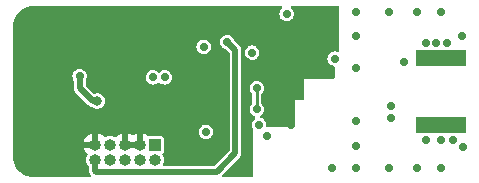
<source format=gbr>
%TF.GenerationSoftware,KiCad,Pcbnew,(6.0.1)*%
%TF.CreationDate,2023-01-10T16:42:07+03:00*%
%TF.ProjectId,STM32RF,53544d33-3252-4462-9e6b-696361645f70,0.1v*%
%TF.SameCoordinates,Original*%
%TF.FileFunction,Copper,L4,Bot*%
%TF.FilePolarity,Positive*%
%FSLAX46Y46*%
G04 Gerber Fmt 4.6, Leading zero omitted, Abs format (unit mm)*
G04 Created by KiCad (PCBNEW (6.0.1)) date 2023-01-10 16:42:07*
%MOMM*%
%LPD*%
G01*
G04 APERTURE LIST*
%TA.AperFunction,ComponentPad*%
%ADD10R,1.000000X1.000000*%
%TD*%
%TA.AperFunction,ComponentPad*%
%ADD11O,1.000000X1.000000*%
%TD*%
%TA.AperFunction,SMDPad,CuDef*%
%ADD12R,4.200000X1.350000*%
%TD*%
%TA.AperFunction,ViaPad*%
%ADD13C,0.800000*%
%TD*%
%TA.AperFunction,ViaPad*%
%ADD14C,0.700000*%
%TD*%
%TA.AperFunction,Conductor*%
%ADD15C,0.500000*%
%TD*%
%TA.AperFunction,Conductor*%
%ADD16C,0.250000*%
%TD*%
G04 APERTURE END LIST*
D10*
%TO.P,J3,1,Pin_1*%
%TO.N,+3V3*%
X43200000Y-34200000D03*
D11*
%TO.P,J3,2,Pin_2*%
%TO.N,SWDIO*%
X43200000Y-35470000D03*
%TO.P,J3,3,Pin_3*%
%TO.N,GND*%
X41930000Y-34200000D03*
%TO.P,J3,4,Pin_4*%
%TO.N,SWCLK*%
X41930000Y-35470000D03*
%TO.P,J3,5,Pin_5*%
%TO.N,GND*%
X40660000Y-34200000D03*
%TO.P,J3,6,Pin_6*%
%TO.N,unconnected-(J3-Pad6)*%
X40660000Y-35470000D03*
%TO.P,J3,7,Pin_7*%
%TO.N,unconnected-(J3-Pad7)*%
X39390000Y-34200000D03*
%TO.P,J3,8,Pin_8*%
%TO.N,unconnected-(J3-Pad8)*%
X39390000Y-35470000D03*
%TO.P,J3,9,Pin_9*%
%TO.N,GND*%
X38120000Y-34200000D03*
%TO.P,J3,10,Pin_10*%
%TO.N,NRST*%
X38120000Y-35470000D03*
%TD*%
D12*
%TO.P,J2,2,Ext*%
%TO.N,GND*%
X67400000Y-32525000D03*
X67400000Y-26875000D03*
%TD*%
D13*
%TO.N,+5V*%
X38300000Y-30500000D03*
D14*
%TO.N,+3V3*%
X47500000Y-33100000D03*
%TO.N,GND*%
X69300000Y-34400000D03*
X67387736Y-36199999D03*
X65400000Y-36200000D03*
X63000000Y-36200000D03*
X60200000Y-36200000D03*
X60200000Y-34300000D03*
X60200000Y-32200000D03*
X69200000Y-25000000D03*
X67400000Y-23000000D03*
X65400000Y-23000000D03*
X63000000Y-23000000D03*
X60200000Y-23000000D03*
X60200000Y-25000000D03*
D13*
X58000000Y-28200000D03*
D14*
X52700000Y-33500000D03*
X33700000Y-36300000D03*
X37850000Y-28750000D03*
X51000000Y-27200000D03*
X48000000Y-29400000D03*
X48000000Y-28300000D03*
X55400000Y-29600000D03*
X58200000Y-36200000D03*
X66100000Y-33800000D03*
X38000000Y-32700000D03*
X53320000Y-25120000D03*
X55400000Y-28600000D03*
X64300000Y-27200000D03*
X45612500Y-32087500D03*
X44600000Y-26300000D03*
X60200000Y-27700000D03*
X68400000Y-33800000D03*
X54200000Y-28600000D03*
X37000000Y-32700000D03*
X63200000Y-31900000D03*
X55875000Y-23225000D03*
X40500000Y-30500000D03*
X58300000Y-24200000D03*
X40700000Y-27100000D03*
X66100000Y-25600000D03*
X53000000Y-22800000D03*
X51800000Y-23900000D03*
X57200000Y-24200000D03*
X54200000Y-29600000D03*
X51900000Y-22800000D03*
X48000000Y-30500000D03*
X63200000Y-30900000D03*
X42200000Y-24700000D03*
X67900000Y-25600000D03*
X39400000Y-32700000D03*
X67000000Y-25600000D03*
X36800000Y-31800000D03*
X54660000Y-32500000D03*
X67400000Y-33800000D03*
X40800000Y-28100000D03*
X52900000Y-24100000D03*
%TO.N,+3V3*%
X47300000Y-25900000D03*
X54325000Y-23125000D03*
X44000000Y-28500000D03*
X52000000Y-32500000D03*
X58400000Y-26900000D03*
X51400000Y-26400000D03*
X43000000Y-28500000D03*
%TO.N,NRST*%
X49300000Y-25500000D03*
%TO.N,+5V*%
X36800000Y-28400000D03*
%TO.N,SPI3_SCK*%
X51800000Y-29400000D03*
X51800000Y-31200000D03*
%TD*%
D15*
%TO.N,NRST*%
X38120000Y-36420000D02*
X38200000Y-36500000D01*
X50000000Y-26200000D02*
X49300000Y-25500000D01*
X50000000Y-34900000D02*
X50000000Y-26200000D01*
X38200000Y-36500000D02*
X48400000Y-36500000D01*
X48400000Y-36500000D02*
X50000000Y-34900000D01*
X38120000Y-35470000D02*
X38120000Y-36420000D01*
%TO.N,+5V*%
X38300000Y-30500000D02*
X37900000Y-30500000D01*
X36800000Y-29400000D02*
X36800000Y-28400000D01*
X37900000Y-30500000D02*
X36800000Y-29400000D01*
D16*
%TO.N,SPI3_SCK*%
X51800000Y-31200000D02*
X51800000Y-29400000D01*
%TD*%
%TA.AperFunction,Conductor*%
%TO.N,GND*%
G36*
X53903403Y-22474002D02*
G01*
X53949896Y-22527658D01*
X53960000Y-22597932D01*
X53930506Y-22662512D01*
X53911987Y-22679961D01*
X53893866Y-22693866D01*
X53796970Y-22820142D01*
X53793810Y-22827772D01*
X53793809Y-22827773D01*
X53739219Y-22959566D01*
X53739218Y-22959570D01*
X53736060Y-22967194D01*
X53715284Y-23125000D01*
X53736060Y-23282806D01*
X53739218Y-23290430D01*
X53739219Y-23290434D01*
X53784296Y-23399260D01*
X53796970Y-23429858D01*
X53893866Y-23556134D01*
X54020142Y-23653030D01*
X54027772Y-23656190D01*
X54027773Y-23656191D01*
X54159566Y-23710781D01*
X54159570Y-23710782D01*
X54167194Y-23713940D01*
X54325000Y-23734716D01*
X54482806Y-23713940D01*
X54490430Y-23710782D01*
X54490434Y-23710781D01*
X54622227Y-23656191D01*
X54622228Y-23656190D01*
X54629858Y-23653030D01*
X54756134Y-23556134D01*
X54853030Y-23429858D01*
X54865704Y-23399260D01*
X54910781Y-23290434D01*
X54910782Y-23290430D01*
X54913940Y-23282806D01*
X54934716Y-23125000D01*
X54913940Y-22967194D01*
X54910782Y-22959570D01*
X54910781Y-22959566D01*
X54856191Y-22827773D01*
X54856190Y-22827772D01*
X54853030Y-22820142D01*
X54756134Y-22693866D01*
X54738014Y-22679962D01*
X54696147Y-22622624D01*
X54691925Y-22551753D01*
X54726689Y-22489851D01*
X54789402Y-22456569D01*
X54814718Y-22454000D01*
X58674000Y-22454000D01*
X58742121Y-22474002D01*
X58788614Y-22527658D01*
X58800000Y-22580000D01*
X58800000Y-26222808D01*
X58779998Y-26290929D01*
X58726342Y-26337422D01*
X58656068Y-26347526D01*
X58625788Y-26339219D01*
X58557806Y-26311060D01*
X58400000Y-26290284D01*
X58242194Y-26311060D01*
X58234570Y-26314218D01*
X58234566Y-26314219D01*
X58102773Y-26368809D01*
X58095142Y-26371970D01*
X58088591Y-26376997D01*
X58088589Y-26376998D01*
X58013811Y-26434378D01*
X57968866Y-26468866D01*
X57963840Y-26475416D01*
X57938348Y-26508638D01*
X57871970Y-26595142D01*
X57868810Y-26602772D01*
X57868809Y-26602773D01*
X57814219Y-26734566D01*
X57814218Y-26734570D01*
X57811060Y-26742194D01*
X57790284Y-26900000D01*
X57811060Y-27057806D01*
X57814218Y-27065430D01*
X57814219Y-27065434D01*
X57868809Y-27197227D01*
X57871970Y-27204858D01*
X57968866Y-27331134D01*
X58095142Y-27428030D01*
X58102772Y-27431190D01*
X58102773Y-27431191D01*
X58234566Y-27485781D01*
X58234570Y-27485782D01*
X58242194Y-27488940D01*
X58250376Y-27490017D01*
X58250379Y-27490018D01*
X58290447Y-27495293D01*
X58355374Y-27524016D01*
X58394465Y-27583281D01*
X58400000Y-27620215D01*
X58400000Y-28474000D01*
X58379998Y-28542121D01*
X58326342Y-28588614D01*
X58274000Y-28600000D01*
X55800000Y-28600000D01*
X55800000Y-30274000D01*
X55779998Y-30342121D01*
X55726342Y-30388614D01*
X55674000Y-30400000D01*
X55000000Y-30400000D01*
X55000000Y-32574000D01*
X54979998Y-32642121D01*
X54926342Y-32688614D01*
X54874000Y-32700000D01*
X52727061Y-32700000D01*
X52658940Y-32679998D01*
X52612447Y-32626342D01*
X52602139Y-32557554D01*
X52608638Y-32508189D01*
X52608638Y-32508188D01*
X52609716Y-32500000D01*
X52588940Y-32342194D01*
X52585782Y-32334570D01*
X52585781Y-32334566D01*
X52531191Y-32202773D01*
X52531190Y-32202772D01*
X52528030Y-32195142D01*
X52431134Y-32068866D01*
X52304858Y-31971970D01*
X52170138Y-31916168D01*
X52114856Y-31871620D01*
X52092435Y-31804257D01*
X52109993Y-31735466D01*
X52141650Y-31699798D01*
X52231134Y-31631134D01*
X52328030Y-31504858D01*
X52331191Y-31497227D01*
X52385781Y-31365434D01*
X52385782Y-31365430D01*
X52388940Y-31357806D01*
X52409716Y-31200000D01*
X52388940Y-31042194D01*
X52385782Y-31034570D01*
X52385781Y-31034566D01*
X52331191Y-30902773D01*
X52331190Y-30902772D01*
X52328030Y-30895142D01*
X52282864Y-30836281D01*
X52236163Y-30775419D01*
X52236160Y-30775416D01*
X52231134Y-30768866D01*
X52224584Y-30763840D01*
X52218742Y-30757998D01*
X52220723Y-30756017D01*
X52186926Y-30709726D01*
X52179500Y-30667109D01*
X52179500Y-29932891D01*
X52199502Y-29864770D01*
X52219630Y-29842890D01*
X52218742Y-29842002D01*
X52224584Y-29836160D01*
X52231134Y-29831134D01*
X52236160Y-29824584D01*
X52236163Y-29824581D01*
X52323002Y-29711411D01*
X52323003Y-29711409D01*
X52328030Y-29704858D01*
X52350964Y-29649490D01*
X52385781Y-29565434D01*
X52385782Y-29565430D01*
X52388940Y-29557806D01*
X52409716Y-29400000D01*
X52388940Y-29242194D01*
X52385782Y-29234570D01*
X52385781Y-29234566D01*
X52331191Y-29102773D01*
X52331190Y-29102772D01*
X52328030Y-29095142D01*
X52272675Y-29023002D01*
X52236160Y-28975416D01*
X52231134Y-28968866D01*
X52104858Y-28871970D01*
X52097227Y-28868809D01*
X51965434Y-28814219D01*
X51965430Y-28814218D01*
X51957806Y-28811060D01*
X51800000Y-28790284D01*
X51642194Y-28811060D01*
X51634570Y-28814218D01*
X51634566Y-28814219D01*
X51502773Y-28868809D01*
X51495142Y-28871970D01*
X51368866Y-28968866D01*
X51363840Y-28975416D01*
X51327326Y-29023002D01*
X51271970Y-29095142D01*
X51268810Y-29102772D01*
X51268809Y-29102773D01*
X51214219Y-29234566D01*
X51214218Y-29234570D01*
X51211060Y-29242194D01*
X51190284Y-29400000D01*
X51211060Y-29557806D01*
X51214218Y-29565430D01*
X51214219Y-29565434D01*
X51249036Y-29649490D01*
X51271970Y-29704858D01*
X51276997Y-29711409D01*
X51276998Y-29711411D01*
X51363837Y-29824581D01*
X51363840Y-29824584D01*
X51368866Y-29831134D01*
X51375416Y-29836160D01*
X51381258Y-29842002D01*
X51379277Y-29843983D01*
X51413074Y-29890274D01*
X51420500Y-29932891D01*
X51420500Y-30667109D01*
X51400498Y-30735230D01*
X51380370Y-30757110D01*
X51381258Y-30757998D01*
X51375416Y-30763840D01*
X51368866Y-30768866D01*
X51363840Y-30775416D01*
X51363837Y-30775419D01*
X51317136Y-30836281D01*
X51271970Y-30895142D01*
X51268810Y-30902772D01*
X51268809Y-30902773D01*
X51214219Y-31034566D01*
X51214218Y-31034570D01*
X51211060Y-31042194D01*
X51190284Y-31200000D01*
X51211060Y-31357806D01*
X51214218Y-31365430D01*
X51214219Y-31365434D01*
X51268809Y-31497227D01*
X51271970Y-31504858D01*
X51368866Y-31631134D01*
X51495142Y-31728030D01*
X51502772Y-31731190D01*
X51502773Y-31731191D01*
X51629862Y-31783832D01*
X51685144Y-31828380D01*
X51707565Y-31895743D01*
X51690007Y-31964534D01*
X51658350Y-32000202D01*
X51568866Y-32068866D01*
X51471970Y-32195142D01*
X51468810Y-32202772D01*
X51468809Y-32202773D01*
X51414219Y-32334566D01*
X51414218Y-32334570D01*
X51411060Y-32342194D01*
X51390284Y-32500000D01*
X51411060Y-32657806D01*
X51414218Y-32665430D01*
X51414219Y-32665434D01*
X51468809Y-32797227D01*
X51471970Y-32804858D01*
X51476998Y-32811411D01*
X51481127Y-32818562D01*
X51478780Y-32819917D01*
X51499563Y-32873674D01*
X51500000Y-32884158D01*
X51500000Y-36820000D01*
X51479998Y-36888121D01*
X51426342Y-36934614D01*
X51374000Y-36946000D01*
X48971661Y-36946000D01*
X48903540Y-36925998D01*
X48857047Y-36872342D01*
X48846943Y-36802068D01*
X48876437Y-36737488D01*
X48882566Y-36730905D01*
X50306794Y-35306677D01*
X50316234Y-35299135D01*
X50315911Y-35298755D01*
X50322747Y-35292937D01*
X50330339Y-35288147D01*
X50365672Y-35248140D01*
X50371017Y-35242454D01*
X50382351Y-35231120D01*
X50385038Y-35227534D01*
X50385043Y-35227529D01*
X50388557Y-35222841D01*
X50394938Y-35215003D01*
X50420058Y-35186559D01*
X50426001Y-35179830D01*
X50429816Y-35171705D01*
X50431669Y-35168884D01*
X50440077Y-35154888D01*
X50441686Y-35151950D01*
X50447071Y-35144764D01*
X50463544Y-35100822D01*
X50467471Y-35091501D01*
X50483602Y-35057144D01*
X50483602Y-35057143D01*
X50487417Y-35049018D01*
X50488798Y-35040147D01*
X50489783Y-35036925D01*
X50493923Y-35021142D01*
X50494645Y-35017858D01*
X50497798Y-35009448D01*
X50501276Y-34962643D01*
X50502430Y-34952595D01*
X50502828Y-34950043D01*
X50504500Y-34939303D01*
X50504500Y-34923934D01*
X50504847Y-34914596D01*
X50507843Y-34874284D01*
X50507843Y-34874283D01*
X50508508Y-34865333D01*
X50506635Y-34856558D01*
X50506043Y-34847874D01*
X50504500Y-34833258D01*
X50504500Y-26400000D01*
X50790284Y-26400000D01*
X50811060Y-26557806D01*
X50814218Y-26565430D01*
X50814219Y-26565434D01*
X50868809Y-26697227D01*
X50871970Y-26704858D01*
X50968866Y-26831134D01*
X50975416Y-26836160D01*
X51069284Y-26908188D01*
X51095142Y-26928030D01*
X51102772Y-26931190D01*
X51102773Y-26931191D01*
X51234566Y-26985781D01*
X51234570Y-26985782D01*
X51242194Y-26988940D01*
X51400000Y-27009716D01*
X51557806Y-26988940D01*
X51565430Y-26985782D01*
X51565434Y-26985781D01*
X51697227Y-26931191D01*
X51697228Y-26931190D01*
X51704858Y-26928030D01*
X51730717Y-26908188D01*
X51824584Y-26836160D01*
X51831134Y-26831134D01*
X51928030Y-26704858D01*
X51931191Y-26697227D01*
X51985781Y-26565434D01*
X51985782Y-26565430D01*
X51988940Y-26557806D01*
X52009716Y-26400000D01*
X51988940Y-26242194D01*
X51985782Y-26234570D01*
X51985781Y-26234566D01*
X51931191Y-26102773D01*
X51931190Y-26102772D01*
X51928030Y-26095142D01*
X51920180Y-26084911D01*
X51836160Y-25975416D01*
X51831134Y-25968866D01*
X51741387Y-25900000D01*
X51711411Y-25876998D01*
X51711409Y-25876997D01*
X51704858Y-25871970D01*
X51694332Y-25867610D01*
X51565434Y-25814219D01*
X51565430Y-25814218D01*
X51557806Y-25811060D01*
X51400000Y-25790284D01*
X51242194Y-25811060D01*
X51234570Y-25814218D01*
X51234566Y-25814219D01*
X51105668Y-25867610D01*
X51095142Y-25871970D01*
X51088591Y-25876997D01*
X51088589Y-25876998D01*
X51058613Y-25900000D01*
X50968866Y-25968866D01*
X50963840Y-25975416D01*
X50879821Y-26084911D01*
X50871970Y-26095142D01*
X50868810Y-26102772D01*
X50868809Y-26102773D01*
X50814219Y-26234566D01*
X50814218Y-26234570D01*
X50811060Y-26242194D01*
X50790284Y-26400000D01*
X50504500Y-26400000D01*
X50504500Y-26270624D01*
X50505841Y-26258619D01*
X50505345Y-26258579D01*
X50506065Y-26249632D01*
X50508046Y-26240876D01*
X50504742Y-26187618D01*
X50504500Y-26179816D01*
X50504500Y-26163774D01*
X50503035Y-26153543D01*
X50502003Y-26143477D01*
X50499654Y-26105600D01*
X50499654Y-26105598D01*
X50499098Y-26096641D01*
X50496051Y-26088201D01*
X50495370Y-26084911D01*
X50491416Y-26069054D01*
X50490473Y-26065829D01*
X50489201Y-26056948D01*
X50469773Y-26014218D01*
X50465969Y-26004875D01*
X50450027Y-25960715D01*
X50444732Y-25953467D01*
X50443147Y-25950486D01*
X50434907Y-25936387D01*
X50433103Y-25933567D01*
X50429388Y-25925395D01*
X50407507Y-25900000D01*
X50398751Y-25889838D01*
X50392469Y-25881926D01*
X50387404Y-25874993D01*
X50387393Y-25874980D01*
X50384526Y-25871056D01*
X50373672Y-25860202D01*
X50367314Y-25853355D01*
X50340916Y-25822718D01*
X50340913Y-25822716D01*
X50335056Y-25815918D01*
X50327523Y-25811036D01*
X50320955Y-25805306D01*
X50309544Y-25796074D01*
X49923468Y-25409997D01*
X49890858Y-25353515D01*
X49890017Y-25350378D01*
X49888940Y-25342194D01*
X49828030Y-25195142D01*
X49731134Y-25068866D01*
X49604858Y-24971970D01*
X49597227Y-24968809D01*
X49465434Y-24914219D01*
X49465430Y-24914218D01*
X49457806Y-24911060D01*
X49300000Y-24890284D01*
X49142194Y-24911060D01*
X49134570Y-24914218D01*
X49134566Y-24914219D01*
X49002773Y-24968809D01*
X48995142Y-24971970D01*
X48868866Y-25068866D01*
X48771970Y-25195142D01*
X48768810Y-25202772D01*
X48768809Y-25202773D01*
X48714219Y-25334566D01*
X48714218Y-25334570D01*
X48711060Y-25342194D01*
X48690284Y-25500000D01*
X48711060Y-25657806D01*
X48714218Y-25665430D01*
X48714219Y-25665434D01*
X48768809Y-25797227D01*
X48771970Y-25804858D01*
X48776997Y-25811409D01*
X48776998Y-25811411D01*
X48831107Y-25881926D01*
X48868866Y-25931134D01*
X48875416Y-25936160D01*
X48971149Y-26009619D01*
X48995142Y-26028030D01*
X49002772Y-26031190D01*
X49002773Y-26031191D01*
X49134566Y-26085781D01*
X49134570Y-26085782D01*
X49142194Y-26088940D01*
X49150378Y-26090017D01*
X49153515Y-26090858D01*
X49209998Y-26123469D01*
X49458595Y-26372066D01*
X49492621Y-26434378D01*
X49495500Y-26461161D01*
X49495500Y-34638839D01*
X49475498Y-34706960D01*
X49458595Y-34727934D01*
X48227934Y-35958595D01*
X48165622Y-35992621D01*
X48138839Y-35995500D01*
X43989145Y-35995500D01*
X43921024Y-35975498D01*
X43874531Y-35921842D01*
X43864427Y-35851568D01*
X43875420Y-35817104D01*
X43875311Y-35817063D01*
X43876070Y-35815064D01*
X43935420Y-35658824D01*
X43958978Y-35491200D01*
X43959274Y-35470000D01*
X43940406Y-35301784D01*
X43884738Y-35141929D01*
X43853227Y-35091501D01*
X43835203Y-35062656D01*
X43816067Y-34994286D01*
X43836932Y-34926425D01*
X43872053Y-34891122D01*
X43873168Y-34890377D01*
X43883484Y-34883484D01*
X43939734Y-34799301D01*
X43954500Y-34725067D01*
X43954499Y-33674934D01*
X43945170Y-33628030D01*
X43942156Y-33612874D01*
X43942155Y-33612872D01*
X43939734Y-33600699D01*
X43898341Y-33538750D01*
X43890377Y-33526832D01*
X43883484Y-33516516D01*
X43799301Y-33460266D01*
X43725067Y-33445500D01*
X43200213Y-33445500D01*
X42674934Y-33445501D01*
X42668863Y-33446708D01*
X42662703Y-33447315D01*
X42662475Y-33445003D01*
X42602080Y-33439603D01*
X42567889Y-33419433D01*
X42501145Y-33364217D01*
X42490973Y-33357356D01*
X42327924Y-33269196D01*
X42316619Y-33264444D01*
X42201308Y-33228750D01*
X42187205Y-33228544D01*
X42184000Y-33235299D01*
X42184000Y-34328000D01*
X42163998Y-34396121D01*
X42110342Y-34442614D01*
X42058000Y-34454000D01*
X40532000Y-34454000D01*
X40463879Y-34433998D01*
X40417386Y-34380342D01*
X40406000Y-34328000D01*
X40406000Y-33927885D01*
X40914000Y-33927885D01*
X40918475Y-33943124D01*
X40919865Y-33944329D01*
X40927548Y-33946000D01*
X41657885Y-33946000D01*
X41673124Y-33941525D01*
X41674329Y-33940135D01*
X41676000Y-33932452D01*
X41676000Y-33242076D01*
X41672027Y-33228545D01*
X41664232Y-33227425D01*
X41556479Y-33259138D01*
X41545111Y-33263731D01*
X41380846Y-33349607D01*
X41365426Y-33359697D01*
X41364095Y-33357663D01*
X41308357Y-33380653D01*
X41238508Y-33367943D01*
X41224617Y-33359814D01*
X41220971Y-33357355D01*
X41057924Y-33269196D01*
X41046619Y-33264444D01*
X40931308Y-33228750D01*
X40917205Y-33228544D01*
X40914000Y-33235299D01*
X40914000Y-33927885D01*
X40406000Y-33927885D01*
X40406000Y-33242076D01*
X40402027Y-33228545D01*
X40394232Y-33227425D01*
X40286479Y-33259138D01*
X40275111Y-33263731D01*
X40110846Y-33349607D01*
X40100585Y-33356321D01*
X39956127Y-33472468D01*
X39947368Y-33481046D01*
X39920256Y-33513356D01*
X39861146Y-33552683D01*
X39790158Y-33553809D01*
X39756220Y-33538750D01*
X39737440Y-33526832D01*
X39722844Y-33517569D01*
X39695442Y-33507812D01*
X39570016Y-33463149D01*
X39570011Y-33463148D01*
X39563381Y-33460787D01*
X39556395Y-33459954D01*
X39556391Y-33459953D01*
X39431010Y-33445003D01*
X39395301Y-33440745D01*
X39388298Y-33441481D01*
X39388297Y-33441481D01*
X39233965Y-33457701D01*
X39233961Y-33457702D01*
X39226957Y-33458438D01*
X39220286Y-33460709D01*
X39073387Y-33510717D01*
X39073384Y-33510718D01*
X39066717Y-33512988D01*
X39060714Y-33516681D01*
X39060712Y-33516682D01*
X39023334Y-33539676D01*
X38954833Y-33558334D01*
X38887119Y-33536994D01*
X38859670Y-33511994D01*
X38842603Y-33491067D01*
X38833959Y-33482363D01*
X38691144Y-33364216D01*
X38680973Y-33357356D01*
X38517924Y-33269196D01*
X38506619Y-33264444D01*
X38391308Y-33228750D01*
X38377205Y-33228544D01*
X38374000Y-33235299D01*
X38374000Y-34328000D01*
X38353998Y-34396121D01*
X38300342Y-34442614D01*
X38248000Y-34454000D01*
X37162282Y-34454000D01*
X37148751Y-34457973D01*
X37147601Y-34465975D01*
X37176552Y-34566941D01*
X37181067Y-34578345D01*
X37265794Y-34743207D01*
X37272435Y-34753512D01*
X37387568Y-34898772D01*
X37396091Y-34907598D01*
X37433947Y-34939816D01*
X37472860Y-34999199D01*
X37473491Y-35070193D01*
X37458195Y-35104026D01*
X37439909Y-35132400D01*
X37437498Y-35139025D01*
X37384425Y-35284840D01*
X37384424Y-35284845D01*
X37382015Y-35291463D01*
X37360800Y-35459399D01*
X37377318Y-35627862D01*
X37430748Y-35788479D01*
X37448059Y-35817063D01*
X37511516Y-35921842D01*
X37518435Y-35933267D01*
X37575753Y-35992621D01*
X37580137Y-35997161D01*
X37613069Y-36060057D01*
X37615500Y-36084688D01*
X37615500Y-36349376D01*
X37614159Y-36361381D01*
X37614655Y-36361421D01*
X37613935Y-36370368D01*
X37611954Y-36379124D01*
X37612510Y-36388084D01*
X37615258Y-36432382D01*
X37615500Y-36440184D01*
X37615500Y-36456226D01*
X37616135Y-36460657D01*
X37616135Y-36460662D01*
X37616965Y-36466453D01*
X37617996Y-36476514D01*
X37619389Y-36498976D01*
X37620270Y-36513164D01*
X37620902Y-36523359D01*
X37623949Y-36531799D01*
X37624630Y-36535089D01*
X37628582Y-36550938D01*
X37629527Y-36554168D01*
X37630799Y-36563052D01*
X37634514Y-36571223D01*
X37650218Y-36605763D01*
X37654030Y-36615128D01*
X37666922Y-36650837D01*
X37666924Y-36650840D01*
X37669972Y-36659284D01*
X37675268Y-36666533D01*
X37676840Y-36669490D01*
X37685093Y-36683614D01*
X37686898Y-36686437D01*
X37690612Y-36694605D01*
X37696469Y-36701402D01*
X37696470Y-36701404D01*
X37721243Y-36730153D01*
X37727537Y-36738081D01*
X37733087Y-36745679D01*
X37757117Y-36812485D01*
X37741213Y-36881678D01*
X37690426Y-36931288D01*
X37631341Y-36946000D01*
X32937425Y-36946000D01*
X32912847Y-36943579D01*
X32900000Y-36941024D01*
X32887829Y-36943445D01*
X32875419Y-36943445D01*
X32875419Y-36942802D01*
X32864674Y-36943473D01*
X32660509Y-36928871D01*
X32642715Y-36926313D01*
X32416899Y-36877190D01*
X32399650Y-36872125D01*
X32257078Y-36818949D01*
X32183123Y-36791365D01*
X32166774Y-36783898D01*
X31963951Y-36673148D01*
X31948827Y-36663429D01*
X31932007Y-36650837D01*
X31798557Y-36550938D01*
X31763824Y-36524937D01*
X31750238Y-36513164D01*
X31586836Y-36349762D01*
X31575063Y-36336176D01*
X31436571Y-36151173D01*
X31426852Y-36136049D01*
X31316102Y-35933226D01*
X31308633Y-35916873D01*
X31227875Y-35700350D01*
X31222810Y-35683101D01*
X31173687Y-35457285D01*
X31171129Y-35439491D01*
X31156527Y-35235326D01*
X31157198Y-35224581D01*
X31156555Y-35224581D01*
X31156555Y-35212171D01*
X31158976Y-35200000D01*
X31156421Y-35187153D01*
X31154000Y-35162575D01*
X31154000Y-33942831D01*
X37148202Y-33942831D01*
X37154763Y-33946000D01*
X37847885Y-33946000D01*
X37863124Y-33941525D01*
X37864329Y-33940135D01*
X37866000Y-33932452D01*
X37866000Y-33242076D01*
X37862027Y-33228545D01*
X37854232Y-33227425D01*
X37746479Y-33259138D01*
X37735111Y-33263731D01*
X37570846Y-33349607D01*
X37560585Y-33356321D01*
X37416127Y-33472468D01*
X37407368Y-33481046D01*
X37288222Y-33623039D01*
X37281292Y-33633159D01*
X37191998Y-33795585D01*
X37187166Y-33806858D01*
X37148506Y-33928731D01*
X37148202Y-33942831D01*
X31154000Y-33942831D01*
X31154000Y-33100000D01*
X46890284Y-33100000D01*
X46911060Y-33257806D01*
X46914218Y-33265430D01*
X46914219Y-33265434D01*
X46961944Y-33380653D01*
X46971970Y-33404858D01*
X46976997Y-33411409D01*
X46976998Y-33411411D01*
X47030432Y-33481046D01*
X47068866Y-33531134D01*
X47075416Y-33536160D01*
X47175391Y-33612874D01*
X47195142Y-33628030D01*
X47202772Y-33631190D01*
X47202773Y-33631191D01*
X47334566Y-33685781D01*
X47334570Y-33685782D01*
X47342194Y-33688940D01*
X47500000Y-33709716D01*
X47657806Y-33688940D01*
X47665430Y-33685782D01*
X47665434Y-33685781D01*
X47797227Y-33631191D01*
X47797228Y-33631190D01*
X47804858Y-33628030D01*
X47824610Y-33612874D01*
X47924584Y-33536160D01*
X47931134Y-33531134D01*
X47969568Y-33481046D01*
X48023002Y-33411411D01*
X48023003Y-33411409D01*
X48028030Y-33404858D01*
X48038056Y-33380653D01*
X48085781Y-33265434D01*
X48085782Y-33265430D01*
X48088940Y-33257806D01*
X48109716Y-33100000D01*
X48088940Y-32942194D01*
X48085782Y-32934570D01*
X48085781Y-32934566D01*
X48031191Y-32802773D01*
X48031190Y-32802772D01*
X48028030Y-32795142D01*
X47931134Y-32668866D01*
X47804858Y-32571970D01*
X47797227Y-32568809D01*
X47665434Y-32514219D01*
X47665430Y-32514218D01*
X47657806Y-32511060D01*
X47500000Y-32490284D01*
X47342194Y-32511060D01*
X47334570Y-32514218D01*
X47334566Y-32514219D01*
X47202773Y-32568809D01*
X47195142Y-32571970D01*
X47068866Y-32668866D01*
X46971970Y-32795142D01*
X46968810Y-32802772D01*
X46968809Y-32802773D01*
X46914219Y-32934566D01*
X46914218Y-32934570D01*
X46911060Y-32942194D01*
X46890284Y-33100000D01*
X31154000Y-33100000D01*
X31154000Y-28400000D01*
X36190284Y-28400000D01*
X36211060Y-28557806D01*
X36214218Y-28565430D01*
X36214219Y-28565434D01*
X36228537Y-28600000D01*
X36271970Y-28704858D01*
X36276996Y-28711408D01*
X36278620Y-28714221D01*
X36295500Y-28777219D01*
X36295500Y-29329376D01*
X36294159Y-29341381D01*
X36294655Y-29341421D01*
X36293935Y-29350368D01*
X36291954Y-29359124D01*
X36292510Y-29368084D01*
X36295258Y-29412382D01*
X36295500Y-29420184D01*
X36295500Y-29436226D01*
X36296135Y-29440657D01*
X36296135Y-29440662D01*
X36296965Y-29446453D01*
X36297996Y-29456514D01*
X36300902Y-29503359D01*
X36303949Y-29511799D01*
X36304630Y-29515089D01*
X36308582Y-29530938D01*
X36309527Y-29534168D01*
X36310799Y-29543052D01*
X36314514Y-29551223D01*
X36330218Y-29585763D01*
X36334030Y-29595128D01*
X36346922Y-29630837D01*
X36346924Y-29630840D01*
X36349972Y-29639284D01*
X36355268Y-29646533D01*
X36356840Y-29649490D01*
X36365093Y-29663614D01*
X36366898Y-29666437D01*
X36370612Y-29674605D01*
X36376469Y-29681402D01*
X36376470Y-29681404D01*
X36401243Y-29710153D01*
X36407525Y-29718064D01*
X36415473Y-29728944D01*
X36426335Y-29739806D01*
X36432693Y-29746652D01*
X36464944Y-29784082D01*
X36472479Y-29788966D01*
X36479051Y-29794699D01*
X36490455Y-29803926D01*
X37493323Y-30806794D01*
X37500865Y-30816234D01*
X37501245Y-30815911D01*
X37507063Y-30822747D01*
X37511853Y-30830339D01*
X37518581Y-30836281D01*
X37551859Y-30865671D01*
X37557546Y-30871017D01*
X37568880Y-30882351D01*
X37572463Y-30885036D01*
X37572465Y-30885038D01*
X37577155Y-30888553D01*
X37584998Y-30894938D01*
X37620170Y-30926001D01*
X37628292Y-30929814D01*
X37631093Y-30931654D01*
X37645088Y-30940063D01*
X37648051Y-30941685D01*
X37655236Y-30947070D01*
X37663646Y-30950223D01*
X37663648Y-30950224D01*
X37699182Y-30963546D01*
X37708495Y-30967470D01*
X37750982Y-30987417D01*
X37759856Y-30988799D01*
X37763083Y-30989785D01*
X37778866Y-30993925D01*
X37782144Y-30994646D01*
X37790552Y-30997798D01*
X37804309Y-30998820D01*
X37837357Y-31001276D01*
X37847391Y-31002428D01*
X37848850Y-31002655D01*
X37905087Y-31029565D01*
X37906266Y-31027906D01*
X37912456Y-31032305D01*
X37918076Y-31037419D01*
X37924753Y-31041044D01*
X37924754Y-31041045D01*
X37941943Y-31050378D01*
X38057293Y-31113008D01*
X38210522Y-31153207D01*
X38294477Y-31154526D01*
X38361319Y-31155576D01*
X38361322Y-31155576D01*
X38368916Y-31155695D01*
X38523332Y-31120329D01*
X38593742Y-31084917D01*
X38658072Y-31052563D01*
X38658075Y-31052561D01*
X38664855Y-31049151D01*
X38670626Y-31044222D01*
X38670629Y-31044220D01*
X38779536Y-30951204D01*
X38779536Y-30951203D01*
X38785314Y-30946269D01*
X38877755Y-30817624D01*
X38936842Y-30670641D01*
X38959162Y-30513807D01*
X38959307Y-30500000D01*
X38940276Y-30342733D01*
X38884280Y-30194546D01*
X38794553Y-30063992D01*
X38676275Y-29958611D01*
X38536274Y-29884484D01*
X38382633Y-29845892D01*
X38375034Y-29845852D01*
X38375033Y-29845852D01*
X38309181Y-29845507D01*
X38224221Y-29845062D01*
X38216841Y-29846834D01*
X38216839Y-29846834D01*
X38163938Y-29859535D01*
X38078582Y-29880027D01*
X38007675Y-29876480D01*
X37960074Y-29846603D01*
X37341405Y-29227934D01*
X37307379Y-29165622D01*
X37304500Y-29138839D01*
X37304500Y-28777219D01*
X37321380Y-28714221D01*
X37323004Y-28711408D01*
X37328030Y-28704858D01*
X37371463Y-28600000D01*
X37385781Y-28565434D01*
X37385782Y-28565430D01*
X37388940Y-28557806D01*
X37396550Y-28500000D01*
X42390284Y-28500000D01*
X42411060Y-28657806D01*
X42414218Y-28665430D01*
X42414219Y-28665434D01*
X42465933Y-28790284D01*
X42471970Y-28804858D01*
X42476997Y-28811409D01*
X42476998Y-28811411D01*
X42553836Y-28911547D01*
X42568866Y-28931134D01*
X42695142Y-29028030D01*
X42702772Y-29031190D01*
X42702773Y-29031191D01*
X42834566Y-29085781D01*
X42834570Y-29085782D01*
X42842194Y-29088940D01*
X43000000Y-29109716D01*
X43157806Y-29088940D01*
X43165430Y-29085782D01*
X43165434Y-29085781D01*
X43297227Y-29031191D01*
X43297228Y-29031190D01*
X43304858Y-29028030D01*
X43423298Y-28937147D01*
X43489515Y-28911547D01*
X43559064Y-28925811D01*
X43576696Y-28937142D01*
X43695142Y-29028030D01*
X43702772Y-29031190D01*
X43702773Y-29031191D01*
X43834566Y-29085781D01*
X43834570Y-29085782D01*
X43842194Y-29088940D01*
X44000000Y-29109716D01*
X44157806Y-29088940D01*
X44165430Y-29085782D01*
X44165434Y-29085781D01*
X44297227Y-29031191D01*
X44297228Y-29031190D01*
X44304858Y-29028030D01*
X44431134Y-28931134D01*
X44446164Y-28911547D01*
X44523002Y-28811411D01*
X44523003Y-28811409D01*
X44528030Y-28804858D01*
X44534067Y-28790284D01*
X44585781Y-28665434D01*
X44585782Y-28665430D01*
X44588940Y-28657806D01*
X44609716Y-28500000D01*
X44588940Y-28342194D01*
X44585782Y-28334570D01*
X44585781Y-28334566D01*
X44531191Y-28202773D01*
X44531190Y-28202772D01*
X44528030Y-28195142D01*
X44451297Y-28095142D01*
X44436160Y-28075416D01*
X44431134Y-28068866D01*
X44304858Y-27971970D01*
X44297227Y-27968809D01*
X44165434Y-27914219D01*
X44165430Y-27914218D01*
X44157806Y-27911060D01*
X44000000Y-27890284D01*
X43842194Y-27911060D01*
X43834570Y-27914218D01*
X43834566Y-27914219D01*
X43702773Y-27968809D01*
X43695142Y-27971970D01*
X43576702Y-28062853D01*
X43510485Y-28088453D01*
X43440936Y-28074189D01*
X43423304Y-28062858D01*
X43304858Y-27971970D01*
X43297227Y-27968809D01*
X43165434Y-27914219D01*
X43165430Y-27914218D01*
X43157806Y-27911060D01*
X43000000Y-27890284D01*
X42842194Y-27911060D01*
X42834570Y-27914218D01*
X42834566Y-27914219D01*
X42702773Y-27968809D01*
X42695142Y-27971970D01*
X42568866Y-28068866D01*
X42563840Y-28075416D01*
X42548704Y-28095142D01*
X42471970Y-28195142D01*
X42468810Y-28202772D01*
X42468809Y-28202773D01*
X42414219Y-28334566D01*
X42414218Y-28334570D01*
X42411060Y-28342194D01*
X42390284Y-28500000D01*
X37396550Y-28500000D01*
X37409716Y-28400000D01*
X37388940Y-28242194D01*
X37385782Y-28234570D01*
X37385781Y-28234566D01*
X37331191Y-28102773D01*
X37331190Y-28102772D01*
X37328030Y-28095142D01*
X37322898Y-28088453D01*
X37236160Y-27975416D01*
X37231134Y-27968866D01*
X37211696Y-27953950D01*
X37111411Y-27876998D01*
X37111409Y-27876997D01*
X37104858Y-27871970D01*
X37097227Y-27868809D01*
X36965434Y-27814219D01*
X36965430Y-27814218D01*
X36957806Y-27811060D01*
X36800000Y-27790284D01*
X36642194Y-27811060D01*
X36634570Y-27814218D01*
X36634566Y-27814219D01*
X36502773Y-27868809D01*
X36495142Y-27871970D01*
X36488591Y-27876997D01*
X36488589Y-27876998D01*
X36388304Y-27953950D01*
X36368866Y-27968866D01*
X36363840Y-27975416D01*
X36277103Y-28088453D01*
X36271970Y-28095142D01*
X36268810Y-28102772D01*
X36268809Y-28102773D01*
X36214219Y-28234566D01*
X36214218Y-28234570D01*
X36211060Y-28242194D01*
X36190284Y-28400000D01*
X31154000Y-28400000D01*
X31154000Y-25900000D01*
X46690284Y-25900000D01*
X46711060Y-26057806D01*
X46714218Y-26065430D01*
X46714219Y-26065434D01*
X46756808Y-26168253D01*
X46771970Y-26204858D01*
X46776997Y-26211409D01*
X46776998Y-26211411D01*
X46852636Y-26309983D01*
X46868866Y-26331134D01*
X46875416Y-26336160D01*
X46969284Y-26408188D01*
X46995142Y-26428030D01*
X47002772Y-26431190D01*
X47002773Y-26431191D01*
X47134566Y-26485781D01*
X47134570Y-26485782D01*
X47142194Y-26488940D01*
X47300000Y-26509716D01*
X47457806Y-26488940D01*
X47465430Y-26485782D01*
X47465434Y-26485781D01*
X47597227Y-26431191D01*
X47597228Y-26431190D01*
X47604858Y-26428030D01*
X47630717Y-26408188D01*
X47724584Y-26336160D01*
X47731134Y-26331134D01*
X47747364Y-26309983D01*
X47823002Y-26211411D01*
X47823003Y-26211409D01*
X47828030Y-26204858D01*
X47843192Y-26168253D01*
X47885781Y-26065434D01*
X47885782Y-26065430D01*
X47888940Y-26057806D01*
X47909716Y-25900000D01*
X47888940Y-25742194D01*
X47885782Y-25734570D01*
X47885781Y-25734566D01*
X47831191Y-25602773D01*
X47831190Y-25602772D01*
X47828030Y-25595142D01*
X47731134Y-25468866D01*
X47604858Y-25371970D01*
X47597227Y-25368809D01*
X47465434Y-25314219D01*
X47465430Y-25314218D01*
X47457806Y-25311060D01*
X47300000Y-25290284D01*
X47142194Y-25311060D01*
X47134570Y-25314218D01*
X47134566Y-25314219D01*
X47002773Y-25368809D01*
X46995142Y-25371970D01*
X46868866Y-25468866D01*
X46771970Y-25595142D01*
X46768810Y-25602772D01*
X46768809Y-25602773D01*
X46714219Y-25734566D01*
X46714218Y-25734570D01*
X46711060Y-25742194D01*
X46690284Y-25900000D01*
X31154000Y-25900000D01*
X31154000Y-24237425D01*
X31156421Y-24212844D01*
X31156555Y-24212170D01*
X31158976Y-24200000D01*
X31156555Y-24187829D01*
X31156555Y-24175419D01*
X31157198Y-24175419D01*
X31156527Y-24164674D01*
X31171129Y-23960509D01*
X31173687Y-23942715D01*
X31222810Y-23716899D01*
X31227875Y-23699650D01*
X31308633Y-23483127D01*
X31316102Y-23466774D01*
X31426852Y-23263951D01*
X31436571Y-23248827D01*
X31575063Y-23063824D01*
X31586836Y-23050238D01*
X31750238Y-22886836D01*
X31763824Y-22875063D01*
X31948827Y-22736571D01*
X31963951Y-22726852D01*
X32166774Y-22616102D01*
X32183123Y-22608635D01*
X32377705Y-22536060D01*
X32399650Y-22527875D01*
X32416899Y-22522810D01*
X32642715Y-22473687D01*
X32660509Y-22471129D01*
X32864674Y-22456527D01*
X32875419Y-22457198D01*
X32875419Y-22456555D01*
X32887829Y-22456555D01*
X32900000Y-22458976D01*
X32912847Y-22456421D01*
X32937425Y-22454000D01*
X53835282Y-22454000D01*
X53903403Y-22474002D01*
G37*
%TD.AperFunction*%
%TD*%
M02*

</source>
